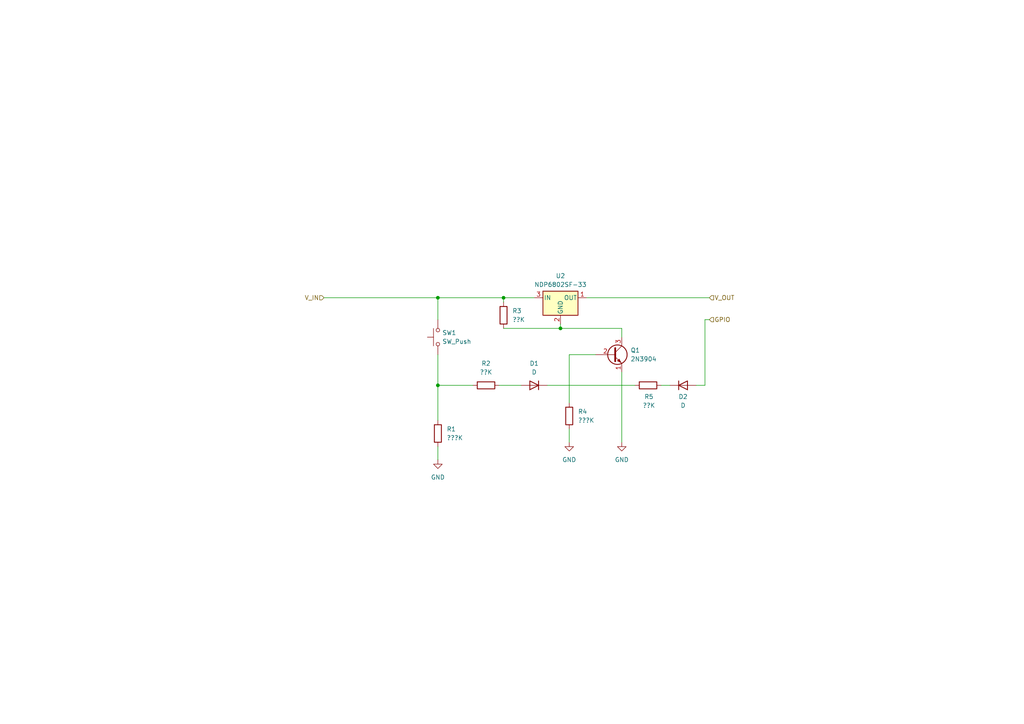
<source format=kicad_sch>
(kicad_sch
	(version 20231120)
	(generator "eeschema")
	(generator_version "8.0")
	(uuid "78010226-d52b-47dd-96e6-0ee379da637b")
	(paper "A4")
	(lib_symbols
		(symbol "Device:D"
			(pin_numbers hide)
			(pin_names
				(offset 1.016) hide)
			(exclude_from_sim no)
			(in_bom yes)
			(on_board yes)
			(property "Reference" "D"
				(at 0 2.54 0)
				(effects
					(font
						(size 1.27 1.27)
					)
				)
			)
			(property "Value" "D"
				(at 0 -2.54 0)
				(effects
					(font
						(size 1.27 1.27)
					)
				)
			)
			(property "Footprint" ""
				(at 0 0 0)
				(effects
					(font
						(size 1.27 1.27)
					)
					(hide yes)
				)
			)
			(property "Datasheet" "~"
				(at 0 0 0)
				(effects
					(font
						(size 1.27 1.27)
					)
					(hide yes)
				)
			)
			(property "Description" "Diode"
				(at 0 0 0)
				(effects
					(font
						(size 1.27 1.27)
					)
					(hide yes)
				)
			)
			(property "Sim.Device" "D"
				(at 0 0 0)
				(effects
					(font
						(size 1.27 1.27)
					)
					(hide yes)
				)
			)
			(property "Sim.Pins" "1=K 2=A"
				(at 0 0 0)
				(effects
					(font
						(size 1.27 1.27)
					)
					(hide yes)
				)
			)
			(property "ki_keywords" "diode"
				(at 0 0 0)
				(effects
					(font
						(size 1.27 1.27)
					)
					(hide yes)
				)
			)
			(property "ki_fp_filters" "TO-???* *_Diode_* *SingleDiode* D_*"
				(at 0 0 0)
				(effects
					(font
						(size 1.27 1.27)
					)
					(hide yes)
				)
			)
			(symbol "D_0_1"
				(polyline
					(pts
						(xy -1.27 1.27) (xy -1.27 -1.27)
					)
					(stroke
						(width 0.254)
						(type default)
					)
					(fill
						(type none)
					)
				)
				(polyline
					(pts
						(xy 1.27 0) (xy -1.27 0)
					)
					(stroke
						(width 0)
						(type default)
					)
					(fill
						(type none)
					)
				)
				(polyline
					(pts
						(xy 1.27 1.27) (xy 1.27 -1.27) (xy -1.27 0) (xy 1.27 1.27)
					)
					(stroke
						(width 0.254)
						(type default)
					)
					(fill
						(type none)
					)
				)
			)
			(symbol "D_1_1"
				(pin passive line
					(at -3.81 0 0)
					(length 2.54)
					(name "K"
						(effects
							(font
								(size 1.27 1.27)
							)
						)
					)
					(number "1"
						(effects
							(font
								(size 1.27 1.27)
							)
						)
					)
				)
				(pin passive line
					(at 3.81 0 180)
					(length 2.54)
					(name "A"
						(effects
							(font
								(size 1.27 1.27)
							)
						)
					)
					(number "2"
						(effects
							(font
								(size 1.27 1.27)
							)
						)
					)
				)
			)
		)
		(symbol "Device:R"
			(pin_numbers hide)
			(pin_names
				(offset 0)
			)
			(exclude_from_sim no)
			(in_bom yes)
			(on_board yes)
			(property "Reference" "R"
				(at 2.032 0 90)
				(effects
					(font
						(size 1.27 1.27)
					)
				)
			)
			(property "Value" "R"
				(at 0 0 90)
				(effects
					(font
						(size 1.27 1.27)
					)
				)
			)
			(property "Footprint" ""
				(at -1.778 0 90)
				(effects
					(font
						(size 1.27 1.27)
					)
					(hide yes)
				)
			)
			(property "Datasheet" "~"
				(at 0 0 0)
				(effects
					(font
						(size 1.27 1.27)
					)
					(hide yes)
				)
			)
			(property "Description" "Resistor"
				(at 0 0 0)
				(effects
					(font
						(size 1.27 1.27)
					)
					(hide yes)
				)
			)
			(property "ki_keywords" "R res resistor"
				(at 0 0 0)
				(effects
					(font
						(size 1.27 1.27)
					)
					(hide yes)
				)
			)
			(property "ki_fp_filters" "R_*"
				(at 0 0 0)
				(effects
					(font
						(size 1.27 1.27)
					)
					(hide yes)
				)
			)
			(symbol "R_0_1"
				(rectangle
					(start -1.016 -2.54)
					(end 1.016 2.54)
					(stroke
						(width 0.254)
						(type default)
					)
					(fill
						(type none)
					)
				)
			)
			(symbol "R_1_1"
				(pin passive line
					(at 0 3.81 270)
					(length 1.27)
					(name "~"
						(effects
							(font
								(size 1.27 1.27)
							)
						)
					)
					(number "1"
						(effects
							(font
								(size 1.27 1.27)
							)
						)
					)
				)
				(pin passive line
					(at 0 -3.81 90)
					(length 1.27)
					(name "~"
						(effects
							(font
								(size 1.27 1.27)
							)
						)
					)
					(number "2"
						(effects
							(font
								(size 1.27 1.27)
							)
						)
					)
				)
			)
		)
		(symbol "Regulator_Linear:NDP6802SF-33"
			(pin_names
				(offset 0.254)
			)
			(exclude_from_sim no)
			(in_bom yes)
			(on_board yes)
			(property "Reference" "U"
				(at -3.81 3.175 0)
				(effects
					(font
						(size 1.27 1.27)
					)
				)
			)
			(property "Value" "NDP6802SF-33"
				(at -0.635 3.175 0)
				(effects
					(font
						(size 1.27 1.27)
					)
					(justify left)
				)
			)
			(property "Footprint" "Package_TO_SOT_SMD:SOT-89-3"
				(at 0 5.08 0)
				(effects
					(font
						(size 1.27 1.27)
						(italic yes)
					)
					(hide yes)
				)
			)
			(property "Datasheet" "https://www.lcsc.com/datasheet/lcsc_datasheet_2401051806_NDP-NDP6802SF-33_C20415512.pdf"
				(at 0 -1.27 0)
				(effects
					(font
						(size 1.27 1.27)
					)
					(hide yes)
				)
			)
			(property "Description" "Positive 100mA 85Vin Linear Regulator, Fixed Output 3.3V, SOT-89"
				(at 0 0 0)
				(effects
					(font
						(size 1.27 1.27)
					)
					(hide yes)
				)
			)
			(property "ki_keywords" "Voltage Regulator 100mA Positive"
				(at 0 0 0)
				(effects
					(font
						(size 1.27 1.27)
					)
					(hide yes)
				)
			)
			(property "ki_fp_filters" "SOT?89*"
				(at 0 0 0)
				(effects
					(font
						(size 1.27 1.27)
					)
					(hide yes)
				)
			)
			(symbol "NDP6802SF-33_0_1"
				(rectangle
					(start -5.08 1.905)
					(end 5.08 -5.08)
					(stroke
						(width 0.254)
						(type default)
					)
					(fill
						(type background)
					)
				)
			)
			(symbol "NDP6802SF-33_1_1"
				(pin power_out line
					(at 7.62 0 180)
					(length 2.54)
					(name "OUT"
						(effects
							(font
								(size 1.27 1.27)
							)
						)
					)
					(number "1"
						(effects
							(font
								(size 1.27 1.27)
							)
						)
					)
				)
				(pin power_in line
					(at 0 -7.62 90)
					(length 2.54)
					(name "GND"
						(effects
							(font
								(size 1.27 1.27)
							)
						)
					)
					(number "2"
						(effects
							(font
								(size 1.27 1.27)
							)
						)
					)
				)
				(pin power_in line
					(at -7.62 0 0)
					(length 2.54)
					(name "IN"
						(effects
							(font
								(size 1.27 1.27)
							)
						)
					)
					(number "3"
						(effects
							(font
								(size 1.27 1.27)
							)
						)
					)
				)
			)
		)
		(symbol "Switch:SW_Push"
			(pin_numbers hide)
			(pin_names
				(offset 1.016) hide)
			(exclude_from_sim no)
			(in_bom yes)
			(on_board yes)
			(property "Reference" "SW"
				(at 1.27 2.54 0)
				(effects
					(font
						(size 1.27 1.27)
					)
					(justify left)
				)
			)
			(property "Value" "SW_Push"
				(at 0 -1.524 0)
				(effects
					(font
						(size 1.27 1.27)
					)
				)
			)
			(property "Footprint" ""
				(at 0 5.08 0)
				(effects
					(font
						(size 1.27 1.27)
					)
					(hide yes)
				)
			)
			(property "Datasheet" "~"
				(at 0 5.08 0)
				(effects
					(font
						(size 1.27 1.27)
					)
					(hide yes)
				)
			)
			(property "Description" "Push button switch, generic, two pins"
				(at 0 0 0)
				(effects
					(font
						(size 1.27 1.27)
					)
					(hide yes)
				)
			)
			(property "ki_keywords" "switch normally-open pushbutton push-button"
				(at 0 0 0)
				(effects
					(font
						(size 1.27 1.27)
					)
					(hide yes)
				)
			)
			(symbol "SW_Push_0_1"
				(circle
					(center -2.032 0)
					(radius 0.508)
					(stroke
						(width 0)
						(type default)
					)
					(fill
						(type none)
					)
				)
				(polyline
					(pts
						(xy 0 1.27) (xy 0 3.048)
					)
					(stroke
						(width 0)
						(type default)
					)
					(fill
						(type none)
					)
				)
				(polyline
					(pts
						(xy 2.54 1.27) (xy -2.54 1.27)
					)
					(stroke
						(width 0)
						(type default)
					)
					(fill
						(type none)
					)
				)
				(circle
					(center 2.032 0)
					(radius 0.508)
					(stroke
						(width 0)
						(type default)
					)
					(fill
						(type none)
					)
				)
				(pin passive line
					(at -5.08 0 0)
					(length 2.54)
					(name "1"
						(effects
							(font
								(size 1.27 1.27)
							)
						)
					)
					(number "1"
						(effects
							(font
								(size 1.27 1.27)
							)
						)
					)
				)
				(pin passive line
					(at 5.08 0 180)
					(length 2.54)
					(name "2"
						(effects
							(font
								(size 1.27 1.27)
							)
						)
					)
					(number "2"
						(effects
							(font
								(size 1.27 1.27)
							)
						)
					)
				)
			)
		)
		(symbol "Transistor_BJT:2N3904"
			(pin_names
				(offset 0) hide)
			(exclude_from_sim no)
			(in_bom yes)
			(on_board yes)
			(property "Reference" "Q"
				(at 5.08 1.905 0)
				(effects
					(font
						(size 1.27 1.27)
					)
					(justify left)
				)
			)
			(property "Value" "2N3904"
				(at 5.08 0 0)
				(effects
					(font
						(size 1.27 1.27)
					)
					(justify left)
				)
			)
			(property "Footprint" "Package_TO_SOT_THT:TO-92_Inline"
				(at 5.08 -1.905 0)
				(effects
					(font
						(size 1.27 1.27)
						(italic yes)
					)
					(justify left)
					(hide yes)
				)
			)
			(property "Datasheet" "https://www.onsemi.com/pub/Collateral/2N3903-D.PDF"
				(at 0 0 0)
				(effects
					(font
						(size 1.27 1.27)
					)
					(justify left)
					(hide yes)
				)
			)
			(property "Description" "0.2A Ic, 40V Vce, Small Signal NPN Transistor, TO-92"
				(at 0 0 0)
				(effects
					(font
						(size 1.27 1.27)
					)
					(hide yes)
				)
			)
			(property "ki_keywords" "NPN Transistor"
				(at 0 0 0)
				(effects
					(font
						(size 1.27 1.27)
					)
					(hide yes)
				)
			)
			(property "ki_fp_filters" "TO?92*"
				(at 0 0 0)
				(effects
					(font
						(size 1.27 1.27)
					)
					(hide yes)
				)
			)
			(symbol "2N3904_0_1"
				(polyline
					(pts
						(xy 0.635 0.635) (xy 2.54 2.54)
					)
					(stroke
						(width 0)
						(type default)
					)
					(fill
						(type none)
					)
				)
				(polyline
					(pts
						(xy 0.635 -0.635) (xy 2.54 -2.54) (xy 2.54 -2.54)
					)
					(stroke
						(width 0)
						(type default)
					)
					(fill
						(type none)
					)
				)
				(polyline
					(pts
						(xy 0.635 1.905) (xy 0.635 -1.905) (xy 0.635 -1.905)
					)
					(stroke
						(width 0.508)
						(type default)
					)
					(fill
						(type none)
					)
				)
				(polyline
					(pts
						(xy 1.27 -1.778) (xy 1.778 -1.27) (xy 2.286 -2.286) (xy 1.27 -1.778) (xy 1.27 -1.778)
					)
					(stroke
						(width 0)
						(type default)
					)
					(fill
						(type outline)
					)
				)
				(circle
					(center 1.27 0)
					(radius 2.8194)
					(stroke
						(width 0.254)
						(type default)
					)
					(fill
						(type none)
					)
				)
			)
			(symbol "2N3904_1_1"
				(pin passive line
					(at 2.54 -5.08 90)
					(length 2.54)
					(name "E"
						(effects
							(font
								(size 1.27 1.27)
							)
						)
					)
					(number "1"
						(effects
							(font
								(size 1.27 1.27)
							)
						)
					)
				)
				(pin passive line
					(at -5.08 0 0)
					(length 5.715)
					(name "B"
						(effects
							(font
								(size 1.27 1.27)
							)
						)
					)
					(number "2"
						(effects
							(font
								(size 1.27 1.27)
							)
						)
					)
				)
				(pin passive line
					(at 2.54 5.08 270)
					(length 2.54)
					(name "C"
						(effects
							(font
								(size 1.27 1.27)
							)
						)
					)
					(number "3"
						(effects
							(font
								(size 1.27 1.27)
							)
						)
					)
				)
			)
		)
		(symbol "power:GND"
			(power)
			(pin_numbers hide)
			(pin_names
				(offset 0) hide)
			(exclude_from_sim no)
			(in_bom yes)
			(on_board yes)
			(property "Reference" "#PWR"
				(at 0 -6.35 0)
				(effects
					(font
						(size 1.27 1.27)
					)
					(hide yes)
				)
			)
			(property "Value" "GND"
				(at 0 -3.81 0)
				(effects
					(font
						(size 1.27 1.27)
					)
				)
			)
			(property "Footprint" ""
				(at 0 0 0)
				(effects
					(font
						(size 1.27 1.27)
					)
					(hide yes)
				)
			)
			(property "Datasheet" ""
				(at 0 0 0)
				(effects
					(font
						(size 1.27 1.27)
					)
					(hide yes)
				)
			)
			(property "Description" "Power symbol creates a global label with name \"GND\" , ground"
				(at 0 0 0)
				(effects
					(font
						(size 1.27 1.27)
					)
					(hide yes)
				)
			)
			(property "ki_keywords" "global power"
				(at 0 0 0)
				(effects
					(font
						(size 1.27 1.27)
					)
					(hide yes)
				)
			)
			(symbol "GND_0_1"
				(polyline
					(pts
						(xy 0 0) (xy 0 -1.27) (xy 1.27 -1.27) (xy 0 -2.54) (xy -1.27 -1.27) (xy 0 -1.27)
					)
					(stroke
						(width 0)
						(type default)
					)
					(fill
						(type none)
					)
				)
			)
			(symbol "GND_1_1"
				(pin power_in line
					(at 0 0 270)
					(length 0)
					(name "~"
						(effects
							(font
								(size 1.27 1.27)
							)
						)
					)
					(number "1"
						(effects
							(font
								(size 1.27 1.27)
							)
						)
					)
				)
			)
		)
	)
	(junction
		(at 127 86.36)
		(diameter 0)
		(color 0 0 0 0)
		(uuid "7ca0912f-29c7-4ca6-810e-99687dc82186")
	)
	(junction
		(at 162.56 95.25)
		(diameter 0)
		(color 0 0 0 0)
		(uuid "d7ffe928-9166-4963-aff3-5d5118b5987e")
	)
	(junction
		(at 146.05 86.36)
		(diameter 0)
		(color 0 0 0 0)
		(uuid "f06f26f3-8a19-46f2-b793-a5caeb01d08e")
	)
	(junction
		(at 127 111.76)
		(diameter 0)
		(color 0 0 0 0)
		(uuid "f98a4a2b-94f3-408b-ad2b-3edbff2a774b")
	)
	(wire
		(pts
			(xy 191.77 111.76) (xy 194.31 111.76)
		)
		(stroke
			(width 0)
			(type default)
		)
		(uuid "172622a9-e8c6-4ed2-a637-30bd54250b76")
	)
	(wire
		(pts
			(xy 162.56 95.25) (xy 162.56 93.98)
		)
		(stroke
			(width 0)
			(type default)
		)
		(uuid "2cb6fe5f-0e48-47ae-a8a1-530764096a4c")
	)
	(wire
		(pts
			(xy 201.93 111.76) (xy 204.47 111.76)
		)
		(stroke
			(width 0)
			(type default)
		)
		(uuid "3425a18b-06b8-4f52-82bb-d21a4b73120b")
	)
	(wire
		(pts
			(xy 170.18 86.36) (xy 205.74 86.36)
		)
		(stroke
			(width 0)
			(type default)
		)
		(uuid "3569385b-db02-4dbf-8fa5-425138a66e63")
	)
	(wire
		(pts
			(xy 162.56 95.25) (xy 180.34 95.25)
		)
		(stroke
			(width 0)
			(type default)
		)
		(uuid "3e1eb084-4af7-4bcf-b3a5-6e2a6bbd1e23")
	)
	(wire
		(pts
			(xy 93.98 86.36) (xy 127 86.36)
		)
		(stroke
			(width 0)
			(type default)
		)
		(uuid "43c74755-3a58-4356-8d6a-b76ae37f232d")
	)
	(wire
		(pts
			(xy 127 86.36) (xy 146.05 86.36)
		)
		(stroke
			(width 0)
			(type default)
		)
		(uuid "608953bd-20fe-4b92-a399-9aa142741834")
	)
	(wire
		(pts
			(xy 165.1 102.87) (xy 172.72 102.87)
		)
		(stroke
			(width 0)
			(type default)
		)
		(uuid "61b80f4a-2e0e-4c1b-92b4-76a49d2cc393")
	)
	(wire
		(pts
			(xy 165.1 116.84) (xy 165.1 102.87)
		)
		(stroke
			(width 0)
			(type default)
		)
		(uuid "7488db92-fe85-4560-8e4a-dfa2476a8056")
	)
	(wire
		(pts
			(xy 144.78 111.76) (xy 151.13 111.76)
		)
		(stroke
			(width 0)
			(type default)
		)
		(uuid "78050cd4-967c-453d-a6e4-30070fe1246a")
	)
	(wire
		(pts
			(xy 180.34 107.95) (xy 180.34 128.27)
		)
		(stroke
			(width 0)
			(type default)
		)
		(uuid "782de066-546a-46fa-8d29-7e36edac91bb")
	)
	(wire
		(pts
			(xy 146.05 95.25) (xy 162.56 95.25)
		)
		(stroke
			(width 0)
			(type default)
		)
		(uuid "81c2057d-e1ab-4b81-b868-bb852fafdfca")
	)
	(wire
		(pts
			(xy 127 102.87) (xy 127 111.76)
		)
		(stroke
			(width 0)
			(type default)
		)
		(uuid "883959d5-935f-4f7f-af40-3ab61dc5f739")
	)
	(wire
		(pts
			(xy 127 111.76) (xy 127 121.92)
		)
		(stroke
			(width 0)
			(type default)
		)
		(uuid "97e918fa-2975-4edf-92e3-abc9153de8b7")
	)
	(wire
		(pts
			(xy 158.75 111.76) (xy 184.15 111.76)
		)
		(stroke
			(width 0)
			(type default)
		)
		(uuid "9f0b4a7e-27b1-49a0-95d7-1a307ecab7d0")
	)
	(wire
		(pts
			(xy 165.1 124.46) (xy 165.1 128.27)
		)
		(stroke
			(width 0)
			(type default)
		)
		(uuid "a43890dc-ae8c-4b2a-a03c-abe8f49dea1e")
	)
	(wire
		(pts
			(xy 127 129.54) (xy 127 133.35)
		)
		(stroke
			(width 0)
			(type default)
		)
		(uuid "ad9c4d36-55de-4047-9ee8-3f284613d347")
	)
	(wire
		(pts
			(xy 146.05 86.36) (xy 154.94 86.36)
		)
		(stroke
			(width 0)
			(type default)
		)
		(uuid "ae208847-a3d9-4345-9997-86eb21ed72a3")
	)
	(wire
		(pts
			(xy 127 86.36) (xy 127 92.71)
		)
		(stroke
			(width 0)
			(type default)
		)
		(uuid "b2dc9363-0ca4-4c41-a9d1-f407ffc0f41f")
	)
	(wire
		(pts
			(xy 146.05 86.36) (xy 146.05 87.63)
		)
		(stroke
			(width 0)
			(type default)
		)
		(uuid "bad33720-2d61-4301-8345-177491dc5558")
	)
	(wire
		(pts
			(xy 180.34 95.25) (xy 180.34 97.79)
		)
		(stroke
			(width 0)
			(type default)
		)
		(uuid "bc757c2f-bd23-4792-a596-c591f21009ed")
	)
	(wire
		(pts
			(xy 204.47 92.71) (xy 205.74 92.71)
		)
		(stroke
			(width 0)
			(type default)
		)
		(uuid "cbb65dd8-5806-48eb-86bb-46112373fd44")
	)
	(wire
		(pts
			(xy 204.47 111.76) (xy 204.47 92.71)
		)
		(stroke
			(width 0)
			(type default)
		)
		(uuid "db284954-f6a2-46b7-ad2c-d7e0b6e35610")
	)
	(wire
		(pts
			(xy 127 111.76) (xy 137.16 111.76)
		)
		(stroke
			(width 0)
			(type default)
		)
		(uuid "fc3e201d-8f0a-4c24-9768-2abae088a34d")
	)
	(hierarchical_label "V_IN"
		(shape input)
		(at 93.98 86.36 180)
		(fields_autoplaced yes)
		(effects
			(font
				(size 1.27 1.27)
			)
			(justify right)
		)
		(uuid "39a9d129-6cfe-4a66-9195-541400a0612d")
	)
	(hierarchical_label "V_OUT"
		(shape input)
		(at 205.74 86.36 0)
		(fields_autoplaced yes)
		(effects
			(font
				(size 1.27 1.27)
			)
			(justify left)
		)
		(uuid "89d60644-bc18-4153-8d5f-a1a62cc1a0f8")
	)
	(hierarchical_label "GPIO"
		(shape input)
		(at 205.74 92.71 0)
		(fields_autoplaced yes)
		(effects
			(font
				(size 1.27 1.27)
			)
			(justify left)
		)
		(uuid "ca8dc783-16f6-46ae-8de5-8966303fbb41")
	)
	(symbol
		(lib_id "power:GND")
		(at 165.1 128.27 0)
		(unit 1)
		(exclude_from_sim no)
		(in_bom yes)
		(on_board yes)
		(dnp no)
		(fields_autoplaced yes)
		(uuid "08ca32d4-9ca7-4fd6-bf0b-6ce51a48f209")
		(property "Reference" "#PWR017"
			(at 165.1 134.62 0)
			(effects
				(font
					(size 1.27 1.27)
				)
				(hide yes)
			)
		)
		(property "Value" "GND"
			(at 165.1 133.35 0)
			(effects
				(font
					(size 1.27 1.27)
				)
			)
		)
		(property "Footprint" ""
			(at 165.1 128.27 0)
			(effects
				(font
					(size 1.27 1.27)
				)
				(hide yes)
			)
		)
		(property "Datasheet" ""
			(at 165.1 128.27 0)
			(effects
				(font
					(size 1.27 1.27)
				)
				(hide yes)
			)
		)
		(property "Description" "Power symbol creates a global label with name \"GND\" , ground"
			(at 165.1 128.27 0)
			(effects
				(font
					(size 1.27 1.27)
				)
				(hide yes)
			)
		)
		(pin "1"
			(uuid "b1177028-94a0-4b05-8961-ac10a095d50b")
		)
		(instances
			(project "EMG_Main_Board"
				(path "/f342d0b6-fa79-42c3-b491-044d5cde1fcc/6898ae9a-7fad-4405-9ee3-840f317d5668"
					(reference "#PWR017")
					(unit 1)
				)
			)
		)
	)
	(symbol
		(lib_id "Device:D")
		(at 198.12 111.76 0)
		(mirror x)
		(unit 1)
		(exclude_from_sim no)
		(in_bom yes)
		(on_board yes)
		(dnp no)
		(uuid "0c26c428-45e7-4789-b6cb-60308913b45e")
		(property "Reference" "D2"
			(at 198.12 115.062 0)
			(effects
				(font
					(size 1.27 1.27)
				)
			)
		)
		(property "Value" "D"
			(at 198.12 117.602 0)
			(effects
				(font
					(size 1.27 1.27)
				)
			)
		)
		(property "Footprint" ""
			(at 198.12 111.76 0)
			(effects
				(font
					(size 1.27 1.27)
				)
				(hide yes)
			)
		)
		(property "Datasheet" "~"
			(at 198.12 111.76 0)
			(effects
				(font
					(size 1.27 1.27)
				)
				(hide yes)
			)
		)
		(property "Description" "Diode"
			(at 198.12 111.76 0)
			(effects
				(font
					(size 1.27 1.27)
				)
				(hide yes)
			)
		)
		(property "Sim.Device" "D"
			(at 198.12 111.76 0)
			(effects
				(font
					(size 1.27 1.27)
				)
				(hide yes)
			)
		)
		(property "Sim.Pins" "1=K 2=A"
			(at 198.12 111.76 0)
			(effects
				(font
					(size 1.27 1.27)
				)
				(hide yes)
			)
		)
		(pin "2"
			(uuid "85377014-cc38-4dff-bc96-95d567319050")
		)
		(pin "1"
			(uuid "42c0ecb1-e64a-40b2-b184-8b8f4f6979d0")
		)
		(instances
			(project "EMG_Main_Board"
				(path "/f342d0b6-fa79-42c3-b491-044d5cde1fcc/6898ae9a-7fad-4405-9ee3-840f317d5668"
					(reference "D2")
					(unit 1)
				)
			)
		)
	)
	(symbol
		(lib_id "Device:R")
		(at 187.96 111.76 90)
		(unit 1)
		(exclude_from_sim no)
		(in_bom yes)
		(on_board yes)
		(dnp no)
		(uuid "3eef7eb4-bfa3-42f1-a817-7ee33cffa5f0")
		(property "Reference" "R5"
			(at 188.214 115.062 90)
			(effects
				(font
					(size 1.27 1.27)
				)
			)
		)
		(property "Value" "??K"
			(at 188.214 117.602 90)
			(effects
				(font
					(size 1.27 1.27)
				)
			)
		)
		(property "Footprint" ""
			(at 187.96 113.538 90)
			(effects
				(font
					(size 1.27 1.27)
				)
				(hide yes)
			)
		)
		(property "Datasheet" "~"
			(at 187.96 111.76 0)
			(effects
				(font
					(size 1.27 1.27)
				)
				(hide yes)
			)
		)
		(property "Description" "Resistor"
			(at 187.96 111.76 0)
			(effects
				(font
					(size 1.27 1.27)
				)
				(hide yes)
			)
		)
		(pin "1"
			(uuid "a8a05ee2-6cfa-46a0-84fb-197b2fe363a8")
		)
		(pin "2"
			(uuid "075e537c-1cc1-4980-9db9-f554cb8f1b94")
		)
		(instances
			(project "EMG_Main_Board"
				(path "/f342d0b6-fa79-42c3-b491-044d5cde1fcc/6898ae9a-7fad-4405-9ee3-840f317d5668"
					(reference "R5")
					(unit 1)
				)
			)
		)
	)
	(symbol
		(lib_id "Device:R")
		(at 127 125.73 0)
		(unit 1)
		(exclude_from_sim no)
		(in_bom yes)
		(on_board yes)
		(dnp no)
		(fields_autoplaced yes)
		(uuid "4f8b3db0-74c9-449a-a990-3c8d4fd06790")
		(property "Reference" "R1"
			(at 129.54 124.4599 0)
			(effects
				(font
					(size 1.27 1.27)
				)
				(justify left)
			)
		)
		(property "Value" "???K"
			(at 129.54 126.9999 0)
			(effects
				(font
					(size 1.27 1.27)
				)
				(justify left)
			)
		)
		(property "Footprint" ""
			(at 125.222 125.73 90)
			(effects
				(font
					(size 1.27 1.27)
				)
				(hide yes)
			)
		)
		(property "Datasheet" "~"
			(at 127 125.73 0)
			(effects
				(font
					(size 1.27 1.27)
				)
				(hide yes)
			)
		)
		(property "Description" "Resistor"
			(at 127 125.73 0)
			(effects
				(font
					(size 1.27 1.27)
				)
				(hide yes)
			)
		)
		(pin "1"
			(uuid "994d7743-f70e-4346-b66a-febdff5414b0")
		)
		(pin "2"
			(uuid "9a61e69d-bb66-48b5-b497-0ece436c1ec5")
		)
		(instances
			(project ""
				(path "/f342d0b6-fa79-42c3-b491-044d5cde1fcc/6898ae9a-7fad-4405-9ee3-840f317d5668"
					(reference "R1")
					(unit 1)
				)
			)
		)
	)
	(symbol
		(lib_id "power:GND")
		(at 127 133.35 0)
		(unit 1)
		(exclude_from_sim no)
		(in_bom yes)
		(on_board yes)
		(dnp no)
		(fields_autoplaced yes)
		(uuid "5055bd6b-f3c8-46bd-b6ef-ca4d27d4cc96")
		(property "Reference" "#PWR016"
			(at 127 139.7 0)
			(effects
				(font
					(size 1.27 1.27)
				)
				(hide yes)
			)
		)
		(property "Value" "GND"
			(at 127 138.43 0)
			(effects
				(font
					(size 1.27 1.27)
				)
			)
		)
		(property "Footprint" ""
			(at 127 133.35 0)
			(effects
				(font
					(size 1.27 1.27)
				)
				(hide yes)
			)
		)
		(property "Datasheet" ""
			(at 127 133.35 0)
			(effects
				(font
					(size 1.27 1.27)
				)
				(hide yes)
			)
		)
		(property "Description" "Power symbol creates a global label with name \"GND\" , ground"
			(at 127 133.35 0)
			(effects
				(font
					(size 1.27 1.27)
				)
				(hide yes)
			)
		)
		(pin "1"
			(uuid "b661ae91-444f-4c85-8bd2-120b7ec3eb7b")
		)
		(instances
			(project ""
				(path "/f342d0b6-fa79-42c3-b491-044d5cde1fcc/6898ae9a-7fad-4405-9ee3-840f317d5668"
					(reference "#PWR016")
					(unit 1)
				)
			)
		)
	)
	(symbol
		(lib_id "Regulator_Linear:NDP6802SF-33")
		(at 162.56 86.36 0)
		(unit 1)
		(exclude_from_sim no)
		(in_bom yes)
		(on_board yes)
		(dnp no)
		(fields_autoplaced yes)
		(uuid "581fa8bf-6ea9-4140-abca-a6c813e6d1e6")
		(property "Reference" "U2"
			(at 162.56 80.01 0)
			(effects
				(font
					(size 1.27 1.27)
				)
			)
		)
		(property "Value" "NDP6802SF-33"
			(at 162.56 82.55 0)
			(effects
				(font
					(size 1.27 1.27)
				)
			)
		)
		(property "Footprint" "Package_TO_SOT_SMD:SOT-89-3"
			(at 162.56 81.28 0)
			(effects
				(font
					(size 1.27 1.27)
					(italic yes)
				)
				(hide yes)
			)
		)
		(property "Datasheet" "https://www.lcsc.com/datasheet/lcsc_datasheet_2401051806_NDP-NDP6802SF-33_C20415512.pdf"
			(at 162.56 87.63 0)
			(effects
				(font
					(size 1.27 1.27)
				)
				(hide yes)
			)
		)
		(property "Description" "Positive 100mA 85Vin Linear Regulator, Fixed Output 3.3V, SOT-89"
			(at 162.56 86.36 0)
			(effects
				(font
					(size 1.27 1.27)
				)
				(hide yes)
			)
		)
		(pin "1"
			(uuid "726f4279-32a6-40d5-82a1-821f8dec3d28")
		)
		(pin "2"
			(uuid "f6b6abeb-04e2-4344-aac6-f22cf8aace81")
		)
		(pin "3"
			(uuid "28cb1662-0639-4d2a-8a6a-a3bafd04c32f")
		)
		(instances
			(project ""
				(path "/f342d0b6-fa79-42c3-b491-044d5cde1fcc/6898ae9a-7fad-4405-9ee3-840f317d5668"
					(reference "U2")
					(unit 1)
				)
			)
		)
	)
	(symbol
		(lib_id "power:GND")
		(at 180.34 128.27 0)
		(unit 1)
		(exclude_from_sim no)
		(in_bom yes)
		(on_board yes)
		(dnp no)
		(fields_autoplaced yes)
		(uuid "6a1f9b14-37be-48ad-9c82-0a79e0cf0613")
		(property "Reference" "#PWR018"
			(at 180.34 134.62 0)
			(effects
				(font
					(size 1.27 1.27)
				)
				(hide yes)
			)
		)
		(property "Value" "GND"
			(at 180.34 133.35 0)
			(effects
				(font
					(size 1.27 1.27)
				)
			)
		)
		(property "Footprint" ""
			(at 180.34 128.27 0)
			(effects
				(font
					(size 1.27 1.27)
				)
				(hide yes)
			)
		)
		(property "Datasheet" ""
			(at 180.34 128.27 0)
			(effects
				(font
					(size 1.27 1.27)
				)
				(hide yes)
			)
		)
		(property "Description" "Power symbol creates a global label with name \"GND\" , ground"
			(at 180.34 128.27 0)
			(effects
				(font
					(size 1.27 1.27)
				)
				(hide yes)
			)
		)
		(pin "1"
			(uuid "1f2729a1-d762-4a1f-b337-02b2f4c67908")
		)
		(instances
			(project "EMG_Main_Board"
				(path "/f342d0b6-fa79-42c3-b491-044d5cde1fcc/6898ae9a-7fad-4405-9ee3-840f317d5668"
					(reference "#PWR018")
					(unit 1)
				)
			)
		)
	)
	(symbol
		(lib_id "Device:R")
		(at 146.05 91.44 180)
		(unit 1)
		(exclude_from_sim no)
		(in_bom yes)
		(on_board yes)
		(dnp no)
		(fields_autoplaced yes)
		(uuid "703ab02a-6c69-404a-8b46-212d314f2f8f")
		(property "Reference" "R3"
			(at 148.59 90.1699 0)
			(effects
				(font
					(size 1.27 1.27)
				)
				(justify right)
			)
		)
		(property "Value" "??K"
			(at 148.59 92.7099 0)
			(effects
				(font
					(size 1.27 1.27)
				)
				(justify right)
			)
		)
		(property "Footprint" ""
			(at 147.828 91.44 90)
			(effects
				(font
					(size 1.27 1.27)
				)
				(hide yes)
			)
		)
		(property "Datasheet" "~"
			(at 146.05 91.44 0)
			(effects
				(font
					(size 1.27 1.27)
				)
				(hide yes)
			)
		)
		(property "Description" "Resistor"
			(at 146.05 91.44 0)
			(effects
				(font
					(size 1.27 1.27)
				)
				(hide yes)
			)
		)
		(pin "1"
			(uuid "593ccb1b-fb48-4778-9a7a-a3a738f35bd9")
		)
		(pin "2"
			(uuid "2e2b1e0b-0a1a-42d4-a234-26262041c80d")
		)
		(instances
			(project "EMG_Main_Board"
				(path "/f342d0b6-fa79-42c3-b491-044d5cde1fcc/6898ae9a-7fad-4405-9ee3-840f317d5668"
					(reference "R3")
					(unit 1)
				)
			)
		)
	)
	(symbol
		(lib_id "Device:D")
		(at 154.94 111.76 180)
		(unit 1)
		(exclude_from_sim no)
		(in_bom yes)
		(on_board yes)
		(dnp no)
		(fields_autoplaced yes)
		(uuid "7f338357-2589-4ccd-ad65-6d90262f72be")
		(property "Reference" "D1"
			(at 154.94 105.41 0)
			(effects
				(font
					(size 1.27 1.27)
				)
			)
		)
		(property "Value" "D"
			(at 154.94 107.95 0)
			(effects
				(font
					(size 1.27 1.27)
				)
			)
		)
		(property "Footprint" ""
			(at 154.94 111.76 0)
			(effects
				(font
					(size 1.27 1.27)
				)
				(hide yes)
			)
		)
		(property "Datasheet" "~"
			(at 154.94 111.76 0)
			(effects
				(font
					(size 1.27 1.27)
				)
				(hide yes)
			)
		)
		(property "Description" "Diode"
			(at 154.94 111.76 0)
			(effects
				(font
					(size 1.27 1.27)
				)
				(hide yes)
			)
		)
		(property "Sim.Device" "D"
			(at 154.94 111.76 0)
			(effects
				(font
					(size 1.27 1.27)
				)
				(hide yes)
			)
		)
		(property "Sim.Pins" "1=K 2=A"
			(at 154.94 111.76 0)
			(effects
				(font
					(size 1.27 1.27)
				)
				(hide yes)
			)
		)
		(pin "2"
			(uuid "4040212c-4d22-44a9-87c6-c16a767b1526")
		)
		(pin "1"
			(uuid "e5d33c42-9ef5-4f49-b5a0-c2a450b6c418")
		)
		(instances
			(project ""
				(path "/f342d0b6-fa79-42c3-b491-044d5cde1fcc/6898ae9a-7fad-4405-9ee3-840f317d5668"
					(reference "D1")
					(unit 1)
				)
			)
		)
	)
	(symbol
		(lib_id "Transistor_BJT:2N3904")
		(at 177.8 102.87 0)
		(unit 1)
		(exclude_from_sim no)
		(in_bom yes)
		(on_board yes)
		(dnp no)
		(fields_autoplaced yes)
		(uuid "8cb2c7c8-d382-435f-bbec-dedcb819c2ad")
		(property "Reference" "Q1"
			(at 182.88 101.5999 0)
			(effects
				(font
					(size 1.27 1.27)
				)
				(justify left)
			)
		)
		(property "Value" "2N3904"
			(at 182.88 104.1399 0)
			(effects
				(font
					(size 1.27 1.27)
				)
				(justify left)
			)
		)
		(property "Footprint" "Package_TO_SOT_THT:TO-92_Inline"
			(at 182.88 104.775 0)
			(effects
				(font
					(size 1.27 1.27)
					(italic yes)
				)
				(justify left)
				(hide yes)
			)
		)
		(property "Datasheet" "https://www.onsemi.com/pub/Collateral/2N3903-D.PDF"
			(at 177.8 102.87 0)
			(effects
				(font
					(size 1.27 1.27)
				)
				(justify left)
				(hide yes)
			)
		)
		(property "Description" "0.2A Ic, 40V Vce, Small Signal NPN Transistor, TO-92"
			(at 177.8 102.87 0)
			(effects
				(font
					(size 1.27 1.27)
				)
				(hide yes)
			)
		)
		(pin "1"
			(uuid "3db48e75-95d5-4003-8abf-62c270de260e")
		)
		(pin "3"
			(uuid "1723b66c-7699-4ad1-bb97-c543e91dd00d")
		)
		(pin "2"
			(uuid "8d1e1f4e-c904-43d3-919e-1b3d0aed01f8")
		)
		(instances
			(project ""
				(path "/f342d0b6-fa79-42c3-b491-044d5cde1fcc/6898ae9a-7fad-4405-9ee3-840f317d5668"
					(reference "Q1")
					(unit 1)
				)
			)
		)
	)
	(symbol
		(lib_id "Switch:SW_Push")
		(at 127 97.79 90)
		(unit 1)
		(exclude_from_sim no)
		(in_bom yes)
		(on_board yes)
		(dnp no)
		(fields_autoplaced yes)
		(uuid "b66807cd-3e39-4c73-ab43-6e8f3b0068e1")
		(property "Reference" "SW1"
			(at 128.27 96.5199 90)
			(effects
				(font
					(size 1.27 1.27)
				)
				(justify right)
			)
		)
		(property "Value" "SW_Push"
			(at 128.27 99.0599 90)
			(effects
				(font
					(size 1.27 1.27)
				)
				(justify right)
			)
		)
		(property "Footprint" ""
			(at 121.92 97.79 0)
			(effects
				(font
					(size 1.27 1.27)
				)
				(hide yes)
			)
		)
		(property "Datasheet" "~"
			(at 121.92 97.79 0)
			(effects
				(font
					(size 1.27 1.27)
				)
				(hide yes)
			)
		)
		(property "Description" "Push button switch, generic, two pins"
			(at 127 97.79 0)
			(effects
				(font
					(size 1.27 1.27)
				)
				(hide yes)
			)
		)
		(pin "1"
			(uuid "6bf1c580-e3c7-4e14-b8e5-2e7aeee5ceb1")
		)
		(pin "2"
			(uuid "fb02f2d8-c855-4af0-b96c-06cc08b7c451")
		)
		(instances
			(project ""
				(path "/f342d0b6-fa79-42c3-b491-044d5cde1fcc/6898ae9a-7fad-4405-9ee3-840f317d5668"
					(reference "SW1")
					(unit 1)
				)
			)
		)
	)
	(symbol
		(lib_id "Device:R")
		(at 140.97 111.76 90)
		(unit 1)
		(exclude_from_sim no)
		(in_bom yes)
		(on_board yes)
		(dnp no)
		(fields_autoplaced yes)
		(uuid "c5831286-8e72-4684-8154-e2ed6f18c687")
		(property "Reference" "R2"
			(at 140.97 105.41 90)
			(effects
				(font
					(size 1.27 1.27)
				)
			)
		)
		(property "Value" "??K"
			(at 140.97 107.95 90)
			(effects
				(font
					(size 1.27 1.27)
				)
			)
		)
		(property "Footprint" ""
			(at 140.97 113.538 90)
			(effects
				(font
					(size 1.27 1.27)
				)
				(hide yes)
			)
		)
		(property "Datasheet" "~"
			(at 140.97 111.76 0)
			(effects
				(font
					(size 1.27 1.27)
				)
				(hide yes)
			)
		)
		(property "Description" "Resistor"
			(at 140.97 111.76 0)
			(effects
				(font
					(size 1.27 1.27)
				)
				(hide yes)
			)
		)
		(pin "1"
			(uuid "8feae412-49c3-41e0-9fff-bd6fb4f36fc1")
		)
		(pin "2"
			(uuid "7dbb9841-d23a-49da-b307-ff4cf237d1b8")
		)
		(instances
			(project "EMG_Main_Board"
				(path "/f342d0b6-fa79-42c3-b491-044d5cde1fcc/6898ae9a-7fad-4405-9ee3-840f317d5668"
					(reference "R2")
					(unit 1)
				)
			)
		)
	)
	(symbol
		(lib_id "Device:R")
		(at 165.1 120.65 0)
		(unit 1)
		(exclude_from_sim no)
		(in_bom yes)
		(on_board yes)
		(dnp no)
		(fields_autoplaced yes)
		(uuid "f030fd5d-1ec2-422b-a7d2-784c80b36689")
		(property "Reference" "R4"
			(at 167.64 119.3799 0)
			(effects
				(font
					(size 1.27 1.27)
				)
				(justify left)
			)
		)
		(property "Value" "???K"
			(at 167.64 121.9199 0)
			(effects
				(font
					(size 1.27 1.27)
				)
				(justify left)
			)
		)
		(property "Footprint" ""
			(at 163.322 120.65 90)
			(effects
				(font
					(size 1.27 1.27)
				)
				(hide yes)
			)
		)
		(property "Datasheet" "~"
			(at 165.1 120.65 0)
			(effects
				(font
					(size 1.27 1.27)
				)
				(hide yes)
			)
		)
		(property "Description" "Resistor"
			(at 165.1 120.65 0)
			(effects
				(font
					(size 1.27 1.27)
				)
				(hide yes)
			)
		)
		(pin "1"
			(uuid "ff3a624b-f1a0-4f33-8120-b0387098c8bd")
		)
		(pin "2"
			(uuid "1e0be561-1f79-416b-b795-8e06a697c69a")
		)
		(instances
			(project "EMG_Main_Board"
				(path "/f342d0b6-fa79-42c3-b491-044d5cde1fcc/6898ae9a-7fad-4405-9ee3-840f317d5668"
					(reference "R4")
					(unit 1)
				)
			)
		)
	)
)

</source>
